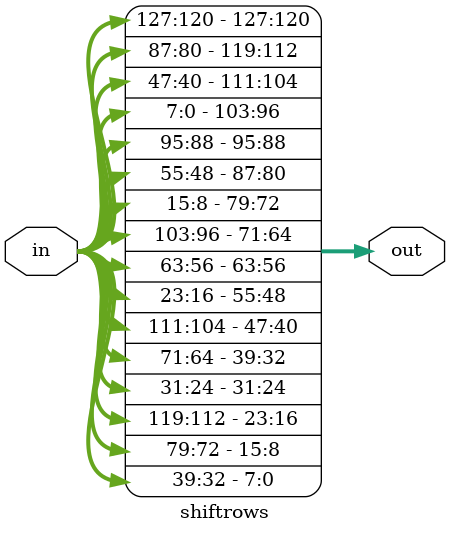
<source format=v>
`timescale 1ns / 1ps


module shiftrows(in, out);
    input [127: 0] in;
    output [127: 0] out;
//rotating first row by 0 byte   
    assign out[127: 120] = in[127: 120];
    assign out[95: 88]  =  in[95: 88];
    assign out[63: 56] = in[63: 56];
    assign out[31: 24] = in[31: 24];
//rotating second row by 1 byte  
    assign out[119: 112] = in[87: 80];
    assign out[87: 80] = in[55: 48];
    assign out[55: 48] = in[23: 16];
    assign out[23: 16] = in[119: 112];
//rotating third row by 2 byte    
    assign out[111: 104] = in[47: 40];
    assign out[79: 72]   = in[15: 8];
    assign out[47: 40]  = in[111: 104];
    assign out[15: 8]  =  in[79: 72];
//rotating third fourth by 3 byte      
    assign out[103: 96] = in[7: 0];
    assign out[71: 64] = in[103: 96];
    assign out[39: 32] = in[71: 64];
    assign out[7: 0] = in[39: 32];
    
endmodule

</source>
